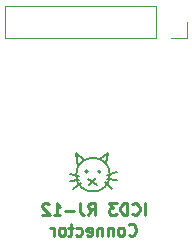
<source format=gbo>
%TF.GenerationSoftware,KiCad,Pcbnew,4.0.7*%
%TF.CreationDate,2017-11-19T12:57:03+08:00*%
%TF.ProjectId,rj12,726A31322E6B696361645F7063620000,rev?*%
%TF.FileFunction,Legend,Bot*%
%FSLAX46Y46*%
G04 Gerber Fmt 4.6, Leading zero omitted, Abs format (unit mm)*
G04 Created by KiCad (PCBNEW 4.0.7) date 11/19/17 12:57:03*
%MOMM*%
%LPD*%
G01*
G04 APERTURE LIST*
%ADD10C,0.100000*%
%ADD11C,0.200000*%
%ADD12C,0.250000*%
%ADD13C,0.120000*%
G04 APERTURE END LIST*
D10*
D11*
X6760000Y-16610000D02*
X6080000Y-17130000D01*
X6580000Y-16340000D02*
X5820000Y-16440000D01*
X6520000Y-16050000D02*
X5820000Y-15840000D01*
X8740000Y-16560000D02*
X9340000Y-17130000D01*
X8890000Y-16300000D02*
X9780000Y-16380000D01*
X8920000Y-15970000D02*
X9760000Y-15680000D01*
X7450000Y-16760000D02*
X8010000Y-16230000D01*
X7310000Y-16260000D02*
X8100000Y-16770000D01*
X8386619Y-15660000D02*
G75*
G03X8386619Y-15660000I-116619J0D01*
G01*
X7306619Y-15670000D02*
G75*
G03X7306619Y-15670000I-116619J0D01*
G01*
X6340000Y-14100000D02*
X6480000Y-15230000D01*
X6980000Y-14670000D02*
X6340000Y-14100000D01*
X9050000Y-14060000D02*
X8880000Y-14960000D01*
X8350000Y-14550000D02*
X9050000Y-14060000D01*
X9170001Y-15920000D02*
G75*
G03X9170001Y-15920000I-1426114J0D01*
G01*
D12*
X12119524Y-19337381D02*
X12119524Y-18337381D01*
X11071905Y-19242143D02*
X11119524Y-19289762D01*
X11262381Y-19337381D01*
X11357619Y-19337381D01*
X11500477Y-19289762D01*
X11595715Y-19194524D01*
X11643334Y-19099286D01*
X11690953Y-18908810D01*
X11690953Y-18765952D01*
X11643334Y-18575476D01*
X11595715Y-18480238D01*
X11500477Y-18385000D01*
X11357619Y-18337381D01*
X11262381Y-18337381D01*
X11119524Y-18385000D01*
X11071905Y-18432619D01*
X10643334Y-19337381D02*
X10643334Y-18337381D01*
X10405239Y-18337381D01*
X10262381Y-18385000D01*
X10167143Y-18480238D01*
X10119524Y-18575476D01*
X10071905Y-18765952D01*
X10071905Y-18908810D01*
X10119524Y-19099286D01*
X10167143Y-19194524D01*
X10262381Y-19289762D01*
X10405239Y-19337381D01*
X10643334Y-19337381D01*
X9738572Y-18337381D02*
X9119524Y-18337381D01*
X9452858Y-18718333D01*
X9310000Y-18718333D01*
X9214762Y-18765952D01*
X9167143Y-18813571D01*
X9119524Y-18908810D01*
X9119524Y-19146905D01*
X9167143Y-19242143D01*
X9214762Y-19289762D01*
X9310000Y-19337381D01*
X9595715Y-19337381D01*
X9690953Y-19289762D01*
X9738572Y-19242143D01*
X7357619Y-19337381D02*
X7690953Y-18861190D01*
X7929048Y-19337381D02*
X7929048Y-18337381D01*
X7548095Y-18337381D01*
X7452857Y-18385000D01*
X7405238Y-18432619D01*
X7357619Y-18527857D01*
X7357619Y-18670714D01*
X7405238Y-18765952D01*
X7452857Y-18813571D01*
X7548095Y-18861190D01*
X7929048Y-18861190D01*
X6643333Y-18337381D02*
X6643333Y-19051667D01*
X6690953Y-19194524D01*
X6786191Y-19289762D01*
X6929048Y-19337381D01*
X7024286Y-19337381D01*
X6167143Y-18956429D02*
X5405238Y-18956429D01*
X4405238Y-19337381D02*
X4976667Y-19337381D01*
X4690953Y-19337381D02*
X4690953Y-18337381D01*
X4786191Y-18480238D01*
X4881429Y-18575476D01*
X4976667Y-18623095D01*
X4024286Y-18432619D02*
X3976667Y-18385000D01*
X3881429Y-18337381D01*
X3643333Y-18337381D01*
X3548095Y-18385000D01*
X3500476Y-18432619D01*
X3452857Y-18527857D01*
X3452857Y-18623095D01*
X3500476Y-18765952D01*
X4071905Y-19337381D01*
X3452857Y-19337381D01*
X10762381Y-20992143D02*
X10810000Y-21039762D01*
X10952857Y-21087381D01*
X11048095Y-21087381D01*
X11190953Y-21039762D01*
X11286191Y-20944524D01*
X11333810Y-20849286D01*
X11381429Y-20658810D01*
X11381429Y-20515952D01*
X11333810Y-20325476D01*
X11286191Y-20230238D01*
X11190953Y-20135000D01*
X11048095Y-20087381D01*
X10952857Y-20087381D01*
X10810000Y-20135000D01*
X10762381Y-20182619D01*
X10190953Y-21087381D02*
X10286191Y-21039762D01*
X10333810Y-20992143D01*
X10381429Y-20896905D01*
X10381429Y-20611190D01*
X10333810Y-20515952D01*
X10286191Y-20468333D01*
X10190953Y-20420714D01*
X10048095Y-20420714D01*
X9952857Y-20468333D01*
X9905238Y-20515952D01*
X9857619Y-20611190D01*
X9857619Y-20896905D01*
X9905238Y-20992143D01*
X9952857Y-21039762D01*
X10048095Y-21087381D01*
X10190953Y-21087381D01*
X9429048Y-20420714D02*
X9429048Y-21087381D01*
X9429048Y-20515952D02*
X9381429Y-20468333D01*
X9286191Y-20420714D01*
X9143333Y-20420714D01*
X9048095Y-20468333D01*
X9000476Y-20563571D01*
X9000476Y-21087381D01*
X8524286Y-20420714D02*
X8524286Y-21087381D01*
X8524286Y-20515952D02*
X8476667Y-20468333D01*
X8381429Y-20420714D01*
X8238571Y-20420714D01*
X8143333Y-20468333D01*
X8095714Y-20563571D01*
X8095714Y-21087381D01*
X7238571Y-21039762D02*
X7333809Y-21087381D01*
X7524286Y-21087381D01*
X7619524Y-21039762D01*
X7667143Y-20944524D01*
X7667143Y-20563571D01*
X7619524Y-20468333D01*
X7524286Y-20420714D01*
X7333809Y-20420714D01*
X7238571Y-20468333D01*
X7190952Y-20563571D01*
X7190952Y-20658810D01*
X7667143Y-20754048D01*
X6333809Y-21039762D02*
X6429047Y-21087381D01*
X6619524Y-21087381D01*
X6714762Y-21039762D01*
X6762381Y-20992143D01*
X6810000Y-20896905D01*
X6810000Y-20611190D01*
X6762381Y-20515952D01*
X6714762Y-20468333D01*
X6619524Y-20420714D01*
X6429047Y-20420714D01*
X6333809Y-20468333D01*
X6048095Y-20420714D02*
X5667143Y-20420714D01*
X5905238Y-20087381D02*
X5905238Y-20944524D01*
X5857619Y-21039762D01*
X5762381Y-21087381D01*
X5667143Y-21087381D01*
X5190952Y-21087381D02*
X5286190Y-21039762D01*
X5333809Y-20992143D01*
X5381428Y-20896905D01*
X5381428Y-20611190D01*
X5333809Y-20515952D01*
X5286190Y-20468333D01*
X5190952Y-20420714D01*
X5048094Y-20420714D01*
X4952856Y-20468333D01*
X4905237Y-20515952D01*
X4857618Y-20611190D01*
X4857618Y-20896905D01*
X4905237Y-20992143D01*
X4952856Y-21039762D01*
X5048094Y-21087381D01*
X5190952Y-21087381D01*
X4429047Y-21087381D02*
X4429047Y-20420714D01*
X4429047Y-20611190D02*
X4381428Y-20515952D01*
X4333809Y-20468333D01*
X4238571Y-20420714D01*
X4143332Y-20420714D01*
D13*
X320000Y-4330000D02*
X320000Y-1670000D01*
X13080000Y-4330000D02*
X320000Y-4330000D01*
X13080000Y-1670000D02*
X320000Y-1670000D01*
X13080000Y-4330000D02*
X13080000Y-1670000D01*
X14350000Y-4330000D02*
X15680000Y-4330000D01*
X15680000Y-4330000D02*
X15680000Y-3000000D01*
M02*

</source>
